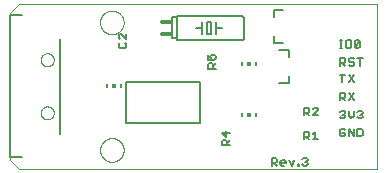
<source format=gto>
G75*
%MOIN*%
%OFA0B0*%
%FSLAX25Y25*%
%IPPOS*%
%LPD*%
%AMOC8*
5,1,8,0,0,1.08239X$1,22.5*
%
%ADD10C,0.00000*%
%ADD11C,0.00600*%
%ADD12C,0.00800*%
%ADD13C,0.01200*%
%ADD14R,0.02300X0.01600*%
%ADD15R,0.00591X0.01181*%
%ADD16R,0.01181X0.01181*%
D10*
X0058802Y0014831D02*
X0061802Y0011831D01*
X0180849Y0011831D01*
X0180849Y0066949D01*
X0061802Y0066949D01*
X0058802Y0063949D01*
X0058802Y0014831D01*
X0088691Y0018130D02*
X0088693Y0018255D01*
X0088699Y0018380D01*
X0088709Y0018504D01*
X0088723Y0018628D01*
X0088740Y0018752D01*
X0088762Y0018875D01*
X0088788Y0018997D01*
X0088817Y0019119D01*
X0088850Y0019239D01*
X0088888Y0019358D01*
X0088928Y0019477D01*
X0088973Y0019593D01*
X0089021Y0019708D01*
X0089073Y0019822D01*
X0089129Y0019934D01*
X0089188Y0020044D01*
X0089250Y0020152D01*
X0089316Y0020259D01*
X0089385Y0020363D01*
X0089458Y0020464D01*
X0089533Y0020564D01*
X0089612Y0020661D01*
X0089694Y0020755D01*
X0089779Y0020847D01*
X0089866Y0020936D01*
X0089957Y0021022D01*
X0090050Y0021105D01*
X0090146Y0021186D01*
X0090244Y0021263D01*
X0090344Y0021337D01*
X0090447Y0021408D01*
X0090552Y0021475D01*
X0090660Y0021540D01*
X0090769Y0021600D01*
X0090880Y0021658D01*
X0090993Y0021711D01*
X0091107Y0021761D01*
X0091223Y0021808D01*
X0091340Y0021850D01*
X0091459Y0021889D01*
X0091579Y0021925D01*
X0091700Y0021956D01*
X0091822Y0021984D01*
X0091944Y0022007D01*
X0092068Y0022027D01*
X0092192Y0022043D01*
X0092316Y0022055D01*
X0092441Y0022063D01*
X0092566Y0022067D01*
X0092690Y0022067D01*
X0092815Y0022063D01*
X0092940Y0022055D01*
X0093064Y0022043D01*
X0093188Y0022027D01*
X0093312Y0022007D01*
X0093434Y0021984D01*
X0093556Y0021956D01*
X0093677Y0021925D01*
X0093797Y0021889D01*
X0093916Y0021850D01*
X0094033Y0021808D01*
X0094149Y0021761D01*
X0094263Y0021711D01*
X0094376Y0021658D01*
X0094487Y0021600D01*
X0094597Y0021540D01*
X0094704Y0021475D01*
X0094809Y0021408D01*
X0094912Y0021337D01*
X0095012Y0021263D01*
X0095110Y0021186D01*
X0095206Y0021105D01*
X0095299Y0021022D01*
X0095390Y0020936D01*
X0095477Y0020847D01*
X0095562Y0020755D01*
X0095644Y0020661D01*
X0095723Y0020564D01*
X0095798Y0020464D01*
X0095871Y0020363D01*
X0095940Y0020259D01*
X0096006Y0020152D01*
X0096068Y0020044D01*
X0096127Y0019934D01*
X0096183Y0019822D01*
X0096235Y0019708D01*
X0096283Y0019593D01*
X0096328Y0019477D01*
X0096368Y0019358D01*
X0096406Y0019239D01*
X0096439Y0019119D01*
X0096468Y0018997D01*
X0096494Y0018875D01*
X0096516Y0018752D01*
X0096533Y0018628D01*
X0096547Y0018504D01*
X0096557Y0018380D01*
X0096563Y0018255D01*
X0096565Y0018130D01*
X0096563Y0018005D01*
X0096557Y0017880D01*
X0096547Y0017756D01*
X0096533Y0017632D01*
X0096516Y0017508D01*
X0096494Y0017385D01*
X0096468Y0017263D01*
X0096439Y0017141D01*
X0096406Y0017021D01*
X0096368Y0016902D01*
X0096328Y0016783D01*
X0096283Y0016667D01*
X0096235Y0016552D01*
X0096183Y0016438D01*
X0096127Y0016326D01*
X0096068Y0016216D01*
X0096006Y0016108D01*
X0095940Y0016001D01*
X0095871Y0015897D01*
X0095798Y0015796D01*
X0095723Y0015696D01*
X0095644Y0015599D01*
X0095562Y0015505D01*
X0095477Y0015413D01*
X0095390Y0015324D01*
X0095299Y0015238D01*
X0095206Y0015155D01*
X0095110Y0015074D01*
X0095012Y0014997D01*
X0094912Y0014923D01*
X0094809Y0014852D01*
X0094704Y0014785D01*
X0094596Y0014720D01*
X0094487Y0014660D01*
X0094376Y0014602D01*
X0094263Y0014549D01*
X0094149Y0014499D01*
X0094033Y0014452D01*
X0093916Y0014410D01*
X0093797Y0014371D01*
X0093677Y0014335D01*
X0093556Y0014304D01*
X0093434Y0014276D01*
X0093312Y0014253D01*
X0093188Y0014233D01*
X0093064Y0014217D01*
X0092940Y0014205D01*
X0092815Y0014197D01*
X0092690Y0014193D01*
X0092566Y0014193D01*
X0092441Y0014197D01*
X0092316Y0014205D01*
X0092192Y0014217D01*
X0092068Y0014233D01*
X0091944Y0014253D01*
X0091822Y0014276D01*
X0091700Y0014304D01*
X0091579Y0014335D01*
X0091459Y0014371D01*
X0091340Y0014410D01*
X0091223Y0014452D01*
X0091107Y0014499D01*
X0090993Y0014549D01*
X0090880Y0014602D01*
X0090769Y0014660D01*
X0090659Y0014720D01*
X0090552Y0014785D01*
X0090447Y0014852D01*
X0090344Y0014923D01*
X0090244Y0014997D01*
X0090146Y0015074D01*
X0090050Y0015155D01*
X0089957Y0015238D01*
X0089866Y0015324D01*
X0089779Y0015413D01*
X0089694Y0015505D01*
X0089612Y0015599D01*
X0089533Y0015696D01*
X0089458Y0015796D01*
X0089385Y0015897D01*
X0089316Y0016001D01*
X0089250Y0016108D01*
X0089188Y0016216D01*
X0089129Y0016326D01*
X0089073Y0016438D01*
X0089021Y0016552D01*
X0088973Y0016667D01*
X0088928Y0016783D01*
X0088888Y0016902D01*
X0088850Y0017021D01*
X0088817Y0017141D01*
X0088788Y0017263D01*
X0088762Y0017385D01*
X0088740Y0017508D01*
X0088723Y0017632D01*
X0088709Y0017756D01*
X0088699Y0017880D01*
X0088693Y0018005D01*
X0088691Y0018130D01*
X0068920Y0030472D02*
X0068922Y0030565D01*
X0068928Y0030657D01*
X0068938Y0030749D01*
X0068952Y0030840D01*
X0068969Y0030931D01*
X0068991Y0031021D01*
X0069016Y0031110D01*
X0069045Y0031198D01*
X0069078Y0031284D01*
X0069115Y0031369D01*
X0069155Y0031453D01*
X0069199Y0031534D01*
X0069246Y0031614D01*
X0069296Y0031692D01*
X0069350Y0031767D01*
X0069407Y0031840D01*
X0069467Y0031910D01*
X0069530Y0031978D01*
X0069596Y0032043D01*
X0069664Y0032105D01*
X0069735Y0032165D01*
X0069809Y0032221D01*
X0069885Y0032274D01*
X0069963Y0032323D01*
X0070043Y0032370D01*
X0070125Y0032412D01*
X0070209Y0032452D01*
X0070294Y0032487D01*
X0070381Y0032519D01*
X0070469Y0032548D01*
X0070558Y0032572D01*
X0070648Y0032593D01*
X0070739Y0032609D01*
X0070831Y0032622D01*
X0070923Y0032631D01*
X0071016Y0032636D01*
X0071108Y0032637D01*
X0071201Y0032634D01*
X0071293Y0032627D01*
X0071385Y0032616D01*
X0071476Y0032601D01*
X0071567Y0032583D01*
X0071657Y0032560D01*
X0071745Y0032534D01*
X0071833Y0032504D01*
X0071919Y0032470D01*
X0072003Y0032433D01*
X0072086Y0032391D01*
X0072167Y0032347D01*
X0072247Y0032299D01*
X0072324Y0032248D01*
X0072398Y0032193D01*
X0072471Y0032135D01*
X0072541Y0032075D01*
X0072608Y0032011D01*
X0072672Y0031945D01*
X0072734Y0031875D01*
X0072792Y0031804D01*
X0072847Y0031730D01*
X0072899Y0031653D01*
X0072948Y0031574D01*
X0072994Y0031494D01*
X0073036Y0031411D01*
X0073074Y0031327D01*
X0073109Y0031241D01*
X0073140Y0031154D01*
X0073167Y0031066D01*
X0073190Y0030976D01*
X0073210Y0030886D01*
X0073226Y0030795D01*
X0073238Y0030703D01*
X0073246Y0030611D01*
X0073250Y0030518D01*
X0073250Y0030426D01*
X0073246Y0030333D01*
X0073238Y0030241D01*
X0073226Y0030149D01*
X0073210Y0030058D01*
X0073190Y0029968D01*
X0073167Y0029878D01*
X0073140Y0029790D01*
X0073109Y0029703D01*
X0073074Y0029617D01*
X0073036Y0029533D01*
X0072994Y0029450D01*
X0072948Y0029370D01*
X0072899Y0029291D01*
X0072847Y0029214D01*
X0072792Y0029140D01*
X0072734Y0029069D01*
X0072672Y0028999D01*
X0072608Y0028933D01*
X0072541Y0028869D01*
X0072471Y0028809D01*
X0072398Y0028751D01*
X0072324Y0028696D01*
X0072247Y0028645D01*
X0072168Y0028597D01*
X0072086Y0028553D01*
X0072003Y0028511D01*
X0071919Y0028474D01*
X0071833Y0028440D01*
X0071745Y0028410D01*
X0071657Y0028384D01*
X0071567Y0028361D01*
X0071476Y0028343D01*
X0071385Y0028328D01*
X0071293Y0028317D01*
X0071201Y0028310D01*
X0071108Y0028307D01*
X0071016Y0028308D01*
X0070923Y0028313D01*
X0070831Y0028322D01*
X0070739Y0028335D01*
X0070648Y0028351D01*
X0070558Y0028372D01*
X0070469Y0028396D01*
X0070381Y0028425D01*
X0070294Y0028457D01*
X0070209Y0028492D01*
X0070125Y0028532D01*
X0070043Y0028574D01*
X0069963Y0028621D01*
X0069885Y0028670D01*
X0069809Y0028723D01*
X0069735Y0028779D01*
X0069664Y0028839D01*
X0069596Y0028901D01*
X0069530Y0028966D01*
X0069467Y0029034D01*
X0069407Y0029104D01*
X0069350Y0029177D01*
X0069296Y0029252D01*
X0069246Y0029330D01*
X0069199Y0029410D01*
X0069155Y0029491D01*
X0069115Y0029575D01*
X0069078Y0029660D01*
X0069045Y0029746D01*
X0069016Y0029834D01*
X0068991Y0029923D01*
X0068969Y0030013D01*
X0068952Y0030104D01*
X0068938Y0030195D01*
X0068928Y0030287D01*
X0068922Y0030379D01*
X0068920Y0030472D01*
X0068920Y0048189D02*
X0068922Y0048282D01*
X0068928Y0048374D01*
X0068938Y0048466D01*
X0068952Y0048557D01*
X0068969Y0048648D01*
X0068991Y0048738D01*
X0069016Y0048827D01*
X0069045Y0048915D01*
X0069078Y0049001D01*
X0069115Y0049086D01*
X0069155Y0049170D01*
X0069199Y0049251D01*
X0069246Y0049331D01*
X0069296Y0049409D01*
X0069350Y0049484D01*
X0069407Y0049557D01*
X0069467Y0049627D01*
X0069530Y0049695D01*
X0069596Y0049760D01*
X0069664Y0049822D01*
X0069735Y0049882D01*
X0069809Y0049938D01*
X0069885Y0049991D01*
X0069963Y0050040D01*
X0070043Y0050087D01*
X0070125Y0050129D01*
X0070209Y0050169D01*
X0070294Y0050204D01*
X0070381Y0050236D01*
X0070469Y0050265D01*
X0070558Y0050289D01*
X0070648Y0050310D01*
X0070739Y0050326D01*
X0070831Y0050339D01*
X0070923Y0050348D01*
X0071016Y0050353D01*
X0071108Y0050354D01*
X0071201Y0050351D01*
X0071293Y0050344D01*
X0071385Y0050333D01*
X0071476Y0050318D01*
X0071567Y0050300D01*
X0071657Y0050277D01*
X0071745Y0050251D01*
X0071833Y0050221D01*
X0071919Y0050187D01*
X0072003Y0050150D01*
X0072086Y0050108D01*
X0072167Y0050064D01*
X0072247Y0050016D01*
X0072324Y0049965D01*
X0072398Y0049910D01*
X0072471Y0049852D01*
X0072541Y0049792D01*
X0072608Y0049728D01*
X0072672Y0049662D01*
X0072734Y0049592D01*
X0072792Y0049521D01*
X0072847Y0049447D01*
X0072899Y0049370D01*
X0072948Y0049291D01*
X0072994Y0049211D01*
X0073036Y0049128D01*
X0073074Y0049044D01*
X0073109Y0048958D01*
X0073140Y0048871D01*
X0073167Y0048783D01*
X0073190Y0048693D01*
X0073210Y0048603D01*
X0073226Y0048512D01*
X0073238Y0048420D01*
X0073246Y0048328D01*
X0073250Y0048235D01*
X0073250Y0048143D01*
X0073246Y0048050D01*
X0073238Y0047958D01*
X0073226Y0047866D01*
X0073210Y0047775D01*
X0073190Y0047685D01*
X0073167Y0047595D01*
X0073140Y0047507D01*
X0073109Y0047420D01*
X0073074Y0047334D01*
X0073036Y0047250D01*
X0072994Y0047167D01*
X0072948Y0047087D01*
X0072899Y0047008D01*
X0072847Y0046931D01*
X0072792Y0046857D01*
X0072734Y0046786D01*
X0072672Y0046716D01*
X0072608Y0046650D01*
X0072541Y0046586D01*
X0072471Y0046526D01*
X0072398Y0046468D01*
X0072324Y0046413D01*
X0072247Y0046362D01*
X0072168Y0046314D01*
X0072086Y0046270D01*
X0072003Y0046228D01*
X0071919Y0046191D01*
X0071833Y0046157D01*
X0071745Y0046127D01*
X0071657Y0046101D01*
X0071567Y0046078D01*
X0071476Y0046060D01*
X0071385Y0046045D01*
X0071293Y0046034D01*
X0071201Y0046027D01*
X0071108Y0046024D01*
X0071016Y0046025D01*
X0070923Y0046030D01*
X0070831Y0046039D01*
X0070739Y0046052D01*
X0070648Y0046068D01*
X0070558Y0046089D01*
X0070469Y0046113D01*
X0070381Y0046142D01*
X0070294Y0046174D01*
X0070209Y0046209D01*
X0070125Y0046249D01*
X0070043Y0046291D01*
X0069963Y0046338D01*
X0069885Y0046387D01*
X0069809Y0046440D01*
X0069735Y0046496D01*
X0069664Y0046556D01*
X0069596Y0046618D01*
X0069530Y0046683D01*
X0069467Y0046751D01*
X0069407Y0046821D01*
X0069350Y0046894D01*
X0069296Y0046969D01*
X0069246Y0047047D01*
X0069199Y0047127D01*
X0069155Y0047208D01*
X0069115Y0047292D01*
X0069078Y0047377D01*
X0069045Y0047463D01*
X0069016Y0047551D01*
X0068991Y0047640D01*
X0068969Y0047730D01*
X0068952Y0047821D01*
X0068938Y0047912D01*
X0068928Y0048004D01*
X0068922Y0048096D01*
X0068920Y0048189D01*
X0088691Y0060650D02*
X0088693Y0060775D01*
X0088699Y0060900D01*
X0088709Y0061024D01*
X0088723Y0061148D01*
X0088740Y0061272D01*
X0088762Y0061395D01*
X0088788Y0061517D01*
X0088817Y0061639D01*
X0088850Y0061759D01*
X0088888Y0061878D01*
X0088928Y0061997D01*
X0088973Y0062113D01*
X0089021Y0062228D01*
X0089073Y0062342D01*
X0089129Y0062454D01*
X0089188Y0062564D01*
X0089250Y0062672D01*
X0089316Y0062779D01*
X0089385Y0062883D01*
X0089458Y0062984D01*
X0089533Y0063084D01*
X0089612Y0063181D01*
X0089694Y0063275D01*
X0089779Y0063367D01*
X0089866Y0063456D01*
X0089957Y0063542D01*
X0090050Y0063625D01*
X0090146Y0063706D01*
X0090244Y0063783D01*
X0090344Y0063857D01*
X0090447Y0063928D01*
X0090552Y0063995D01*
X0090660Y0064060D01*
X0090769Y0064120D01*
X0090880Y0064178D01*
X0090993Y0064231D01*
X0091107Y0064281D01*
X0091223Y0064328D01*
X0091340Y0064370D01*
X0091459Y0064409D01*
X0091579Y0064445D01*
X0091700Y0064476D01*
X0091822Y0064504D01*
X0091944Y0064527D01*
X0092068Y0064547D01*
X0092192Y0064563D01*
X0092316Y0064575D01*
X0092441Y0064583D01*
X0092566Y0064587D01*
X0092690Y0064587D01*
X0092815Y0064583D01*
X0092940Y0064575D01*
X0093064Y0064563D01*
X0093188Y0064547D01*
X0093312Y0064527D01*
X0093434Y0064504D01*
X0093556Y0064476D01*
X0093677Y0064445D01*
X0093797Y0064409D01*
X0093916Y0064370D01*
X0094033Y0064328D01*
X0094149Y0064281D01*
X0094263Y0064231D01*
X0094376Y0064178D01*
X0094487Y0064120D01*
X0094597Y0064060D01*
X0094704Y0063995D01*
X0094809Y0063928D01*
X0094912Y0063857D01*
X0095012Y0063783D01*
X0095110Y0063706D01*
X0095206Y0063625D01*
X0095299Y0063542D01*
X0095390Y0063456D01*
X0095477Y0063367D01*
X0095562Y0063275D01*
X0095644Y0063181D01*
X0095723Y0063084D01*
X0095798Y0062984D01*
X0095871Y0062883D01*
X0095940Y0062779D01*
X0096006Y0062672D01*
X0096068Y0062564D01*
X0096127Y0062454D01*
X0096183Y0062342D01*
X0096235Y0062228D01*
X0096283Y0062113D01*
X0096328Y0061997D01*
X0096368Y0061878D01*
X0096406Y0061759D01*
X0096439Y0061639D01*
X0096468Y0061517D01*
X0096494Y0061395D01*
X0096516Y0061272D01*
X0096533Y0061148D01*
X0096547Y0061024D01*
X0096557Y0060900D01*
X0096563Y0060775D01*
X0096565Y0060650D01*
X0096563Y0060525D01*
X0096557Y0060400D01*
X0096547Y0060276D01*
X0096533Y0060152D01*
X0096516Y0060028D01*
X0096494Y0059905D01*
X0096468Y0059783D01*
X0096439Y0059661D01*
X0096406Y0059541D01*
X0096368Y0059422D01*
X0096328Y0059303D01*
X0096283Y0059187D01*
X0096235Y0059072D01*
X0096183Y0058958D01*
X0096127Y0058846D01*
X0096068Y0058736D01*
X0096006Y0058628D01*
X0095940Y0058521D01*
X0095871Y0058417D01*
X0095798Y0058316D01*
X0095723Y0058216D01*
X0095644Y0058119D01*
X0095562Y0058025D01*
X0095477Y0057933D01*
X0095390Y0057844D01*
X0095299Y0057758D01*
X0095206Y0057675D01*
X0095110Y0057594D01*
X0095012Y0057517D01*
X0094912Y0057443D01*
X0094809Y0057372D01*
X0094704Y0057305D01*
X0094596Y0057240D01*
X0094487Y0057180D01*
X0094376Y0057122D01*
X0094263Y0057069D01*
X0094149Y0057019D01*
X0094033Y0056972D01*
X0093916Y0056930D01*
X0093797Y0056891D01*
X0093677Y0056855D01*
X0093556Y0056824D01*
X0093434Y0056796D01*
X0093312Y0056773D01*
X0093188Y0056753D01*
X0093064Y0056737D01*
X0092940Y0056725D01*
X0092815Y0056717D01*
X0092690Y0056713D01*
X0092566Y0056713D01*
X0092441Y0056717D01*
X0092316Y0056725D01*
X0092192Y0056737D01*
X0092068Y0056753D01*
X0091944Y0056773D01*
X0091822Y0056796D01*
X0091700Y0056824D01*
X0091579Y0056855D01*
X0091459Y0056891D01*
X0091340Y0056930D01*
X0091223Y0056972D01*
X0091107Y0057019D01*
X0090993Y0057069D01*
X0090880Y0057122D01*
X0090769Y0057180D01*
X0090659Y0057240D01*
X0090552Y0057305D01*
X0090447Y0057372D01*
X0090344Y0057443D01*
X0090244Y0057517D01*
X0090146Y0057594D01*
X0090050Y0057675D01*
X0089957Y0057758D01*
X0089866Y0057844D01*
X0089779Y0057933D01*
X0089694Y0058025D01*
X0089612Y0058119D01*
X0089533Y0058216D01*
X0089458Y0058316D01*
X0089385Y0058417D01*
X0089316Y0058521D01*
X0089250Y0058628D01*
X0089188Y0058736D01*
X0089129Y0058846D01*
X0089073Y0058958D01*
X0089021Y0059072D01*
X0088973Y0059187D01*
X0088928Y0059303D01*
X0088888Y0059422D01*
X0088850Y0059541D01*
X0088817Y0059661D01*
X0088788Y0059783D01*
X0088762Y0059905D01*
X0088740Y0060028D01*
X0088723Y0060152D01*
X0088709Y0060276D01*
X0088699Y0060400D01*
X0088693Y0060525D01*
X0088691Y0060650D01*
D11*
X0094844Y0056315D02*
X0095278Y0056749D01*
X0095712Y0056749D01*
X0097446Y0055014D01*
X0097446Y0056749D01*
X0094844Y0056315D02*
X0094844Y0055448D01*
X0095278Y0055014D01*
X0095278Y0053803D02*
X0094844Y0053369D01*
X0094844Y0052501D01*
X0095278Y0052068D01*
X0097013Y0052068D01*
X0097446Y0052501D01*
X0097446Y0053369D01*
X0097013Y0053803D01*
X0112802Y0055331D02*
X0114302Y0055331D01*
X0114302Y0062331D01*
X0114302Y0062831D01*
X0135802Y0062831D01*
X0135862Y0062829D01*
X0135923Y0062824D01*
X0135982Y0062815D01*
X0136041Y0062802D01*
X0136100Y0062786D01*
X0136157Y0062766D01*
X0136212Y0062743D01*
X0136267Y0062716D01*
X0136319Y0062687D01*
X0136370Y0062654D01*
X0136419Y0062618D01*
X0136465Y0062580D01*
X0136509Y0062538D01*
X0136551Y0062494D01*
X0136589Y0062448D01*
X0136625Y0062399D01*
X0136658Y0062348D01*
X0136687Y0062296D01*
X0136714Y0062241D01*
X0136737Y0062186D01*
X0136757Y0062129D01*
X0136773Y0062070D01*
X0136786Y0062011D01*
X0136795Y0061952D01*
X0136800Y0061891D01*
X0136802Y0061831D01*
X0136802Y0055831D01*
X0136800Y0055771D01*
X0136795Y0055710D01*
X0136786Y0055651D01*
X0136773Y0055592D01*
X0136757Y0055533D01*
X0136737Y0055476D01*
X0136714Y0055421D01*
X0136687Y0055366D01*
X0136658Y0055314D01*
X0136625Y0055263D01*
X0136589Y0055214D01*
X0136551Y0055168D01*
X0136509Y0055124D01*
X0136465Y0055082D01*
X0136419Y0055044D01*
X0136370Y0055008D01*
X0136319Y0054975D01*
X0136267Y0054946D01*
X0136212Y0054919D01*
X0136157Y0054896D01*
X0136100Y0054876D01*
X0136041Y0054860D01*
X0135982Y0054847D01*
X0135923Y0054838D01*
X0135862Y0054833D01*
X0135802Y0054831D01*
X0114302Y0054831D01*
X0114302Y0055331D01*
X0112802Y0055331D02*
X0112802Y0062331D01*
X0114302Y0062331D01*
X0120802Y0058831D02*
X0122802Y0058831D01*
X0122802Y0056831D01*
X0124302Y0056831D02*
X0125802Y0056831D01*
X0125802Y0060831D01*
X0124302Y0060831D01*
X0124302Y0056831D01*
X0127302Y0056831D02*
X0127302Y0058831D01*
X0129302Y0058831D01*
X0127302Y0058831D02*
X0127302Y0060831D01*
X0122802Y0060831D02*
X0122802Y0058831D01*
X0124599Y0049919D02*
X0124599Y0048184D01*
X0125900Y0048184D01*
X0125467Y0049052D01*
X0125467Y0049485D01*
X0125900Y0049919D01*
X0126768Y0049919D01*
X0127202Y0049485D01*
X0127202Y0048618D01*
X0126768Y0048184D01*
X0127202Y0046972D02*
X0126334Y0046105D01*
X0126334Y0046539D02*
X0126334Y0045238D01*
X0127202Y0045238D02*
X0124599Y0045238D01*
X0124599Y0046539D01*
X0125033Y0046972D01*
X0125900Y0046972D01*
X0126334Y0046539D01*
X0122101Y0040638D02*
X0097502Y0040638D01*
X0097502Y0027016D01*
X0122101Y0027016D01*
X0122101Y0040638D01*
X0156602Y0032233D02*
X0156602Y0029631D01*
X0156602Y0030498D02*
X0157903Y0030498D01*
X0158336Y0030932D01*
X0158336Y0031799D01*
X0157903Y0032233D01*
X0156602Y0032233D01*
X0157469Y0030498D02*
X0158336Y0029631D01*
X0159548Y0029631D02*
X0161283Y0031366D01*
X0161283Y0031799D01*
X0160849Y0032233D01*
X0159982Y0032233D01*
X0159548Y0031799D01*
X0159548Y0029631D02*
X0161283Y0029631D01*
X0168602Y0029064D02*
X0169035Y0028631D01*
X0169903Y0028631D01*
X0170336Y0029064D01*
X0170336Y0029498D01*
X0169903Y0029932D01*
X0169469Y0029932D01*
X0169903Y0029932D02*
X0170336Y0030366D01*
X0170336Y0030799D01*
X0169903Y0031233D01*
X0169035Y0031233D01*
X0168602Y0030799D01*
X0171548Y0031233D02*
X0171548Y0029498D01*
X0172415Y0028631D01*
X0173283Y0029498D01*
X0173283Y0031233D01*
X0174495Y0030799D02*
X0174928Y0031233D01*
X0175796Y0031233D01*
X0176229Y0030799D01*
X0176229Y0030366D01*
X0175796Y0029932D01*
X0176229Y0029498D01*
X0176229Y0029064D01*
X0175796Y0028631D01*
X0174928Y0028631D01*
X0174495Y0029064D01*
X0175362Y0029932D02*
X0175796Y0029932D01*
X0175796Y0025233D02*
X0174495Y0025233D01*
X0174495Y0022631D01*
X0175796Y0022631D01*
X0176229Y0023064D01*
X0176229Y0024799D01*
X0175796Y0025233D01*
X0173283Y0025233D02*
X0173283Y0022631D01*
X0171548Y0025233D01*
X0171548Y0022631D01*
X0170336Y0023064D02*
X0170336Y0023932D01*
X0169469Y0023932D01*
X0170336Y0024799D02*
X0169903Y0025233D01*
X0169035Y0025233D01*
X0168602Y0024799D01*
X0168602Y0023064D01*
X0169035Y0022631D01*
X0169903Y0022631D01*
X0170336Y0023064D01*
X0161283Y0021631D02*
X0159548Y0021631D01*
X0160415Y0021631D02*
X0160415Y0024233D01*
X0159548Y0023366D01*
X0158336Y0023799D02*
X0158336Y0022932D01*
X0157903Y0022498D01*
X0156602Y0022498D01*
X0157469Y0022498D02*
X0158336Y0021631D01*
X0156602Y0021631D02*
X0156602Y0024233D01*
X0157903Y0024233D01*
X0158336Y0023799D01*
X0157456Y0015533D02*
X0156589Y0015533D01*
X0156155Y0015099D01*
X0157022Y0014232D02*
X0157456Y0014232D01*
X0157890Y0013798D01*
X0157890Y0013364D01*
X0157456Y0012931D01*
X0156589Y0012931D01*
X0156155Y0013364D01*
X0155116Y0013364D02*
X0155116Y0012931D01*
X0154682Y0012931D01*
X0154682Y0013364D01*
X0155116Y0013364D01*
X0153470Y0014666D02*
X0152603Y0012931D01*
X0151735Y0014666D01*
X0150524Y0014232D02*
X0150524Y0013798D01*
X0148789Y0013798D01*
X0148789Y0013364D02*
X0148789Y0014232D01*
X0149222Y0014666D01*
X0150090Y0014666D01*
X0150524Y0014232D01*
X0149222Y0012931D02*
X0148789Y0013364D01*
X0149222Y0012931D02*
X0150090Y0012931D01*
X0147577Y0012931D02*
X0146710Y0013798D01*
X0147143Y0013798D02*
X0145842Y0013798D01*
X0145842Y0012931D02*
X0145842Y0015533D01*
X0147143Y0015533D01*
X0147577Y0015099D01*
X0147577Y0014232D01*
X0147143Y0013798D01*
X0157456Y0014232D02*
X0157890Y0014666D01*
X0157890Y0015099D01*
X0157456Y0015533D01*
X0132002Y0019631D02*
X0129399Y0019631D01*
X0129399Y0020932D01*
X0129833Y0021366D01*
X0130700Y0021366D01*
X0131134Y0020932D01*
X0131134Y0019631D01*
X0131134Y0020498D02*
X0132002Y0021366D01*
X0130700Y0022577D02*
X0130700Y0024312D01*
X0129399Y0023878D02*
X0130700Y0022577D01*
X0129399Y0023878D02*
X0132002Y0023878D01*
X0168602Y0034631D02*
X0168602Y0037233D01*
X0169903Y0037233D01*
X0170336Y0036799D01*
X0170336Y0035932D01*
X0169903Y0035498D01*
X0168602Y0035498D01*
X0169469Y0035498D02*
X0170336Y0034631D01*
X0171548Y0034631D02*
X0173283Y0037233D01*
X0171548Y0037233D02*
X0173283Y0034631D01*
X0173283Y0040631D02*
X0171548Y0043233D01*
X0170336Y0043233D02*
X0168602Y0043233D01*
X0169469Y0043233D02*
X0169469Y0040631D01*
X0171548Y0040631D02*
X0173283Y0043233D01*
X0172849Y0046131D02*
X0171982Y0046131D01*
X0171548Y0046564D01*
X0170336Y0046131D02*
X0169469Y0046998D01*
X0169903Y0046998D02*
X0168602Y0046998D01*
X0168602Y0046131D02*
X0168602Y0048733D01*
X0169903Y0048733D01*
X0170336Y0048299D01*
X0170336Y0047432D01*
X0169903Y0046998D01*
X0171548Y0047866D02*
X0171982Y0047432D01*
X0172849Y0047432D01*
X0173283Y0046998D01*
X0173283Y0046564D01*
X0172849Y0046131D01*
X0171548Y0047866D02*
X0171548Y0048299D01*
X0171982Y0048733D01*
X0172849Y0048733D01*
X0173283Y0048299D01*
X0174495Y0048733D02*
X0176229Y0048733D01*
X0175362Y0048733D02*
X0175362Y0046131D01*
X0174814Y0052131D02*
X0173946Y0052131D01*
X0173512Y0052564D01*
X0175247Y0054299D01*
X0175247Y0052564D01*
X0174814Y0052131D01*
X0173512Y0052564D02*
X0173512Y0054299D01*
X0173946Y0054733D01*
X0174814Y0054733D01*
X0175247Y0054299D01*
X0172301Y0054299D02*
X0171867Y0054733D01*
X0171000Y0054733D01*
X0170566Y0054299D01*
X0170566Y0052564D01*
X0171000Y0052131D01*
X0171867Y0052131D01*
X0172301Y0052564D01*
X0172301Y0054299D01*
X0169469Y0054733D02*
X0168602Y0054733D01*
X0169035Y0054733D02*
X0169035Y0052131D01*
X0168602Y0052131D02*
X0169469Y0052131D01*
D12*
X0151557Y0051343D02*
X0151557Y0048980D01*
X0151557Y0051343D02*
X0148408Y0051343D01*
X0149695Y0053819D02*
X0146546Y0053819D01*
X0146546Y0056181D01*
X0146546Y0062480D02*
X0146546Y0064843D01*
X0149695Y0064843D01*
X0151557Y0042681D02*
X0151557Y0040319D01*
X0148408Y0040319D01*
X0075416Y0055079D02*
X0075416Y0023583D01*
X0062605Y0015709D02*
X0058802Y0015709D01*
X0058802Y0062953D01*
X0062605Y0062953D01*
D13*
X0109302Y0060831D02*
X0111302Y0060831D01*
X0110802Y0056831D02*
X0109302Y0056831D01*
D14*
X0111452Y0056831D03*
X0111452Y0060831D03*
D15*
X0135939Y0046921D03*
X0140664Y0046921D03*
X0140664Y0029740D03*
X0135939Y0029740D03*
X0095664Y0039421D03*
X0090939Y0039421D03*
D16*
X0093302Y0039421D03*
X0138302Y0046921D03*
X0138302Y0029740D03*
M02*

</source>
